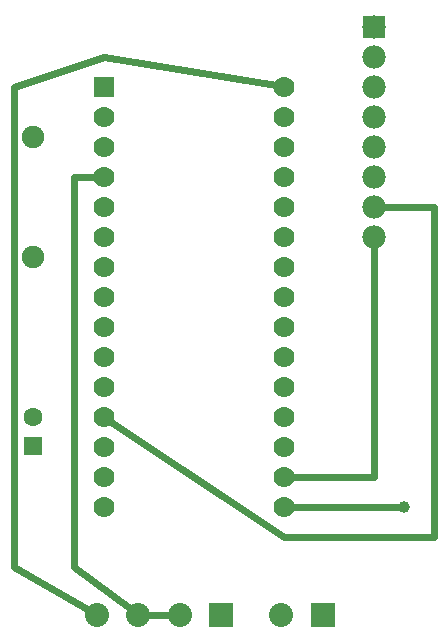
<source format=gbl>
G04 MADE WITH FRITZING*
G04 WWW.FRITZING.ORG*
G04 DOUBLE SIDED*
G04 HOLES PLATED*
G04 CONTOUR ON CENTER OF CONTOUR VECTOR*
%ASAXBY*%
%FSLAX23Y23*%
%MOIN*%
%OFA0B0*%
%SFA1.0B1.0*%
%ADD10C,0.078000*%
%ADD11C,0.062992*%
%ADD12C,0.080000*%
%ADD13C,0.075000*%
%ADD14C,0.039370*%
%ADD15C,0.070000*%
%ADD16R,0.078000X0.078000*%
%ADD17R,0.062992X0.062992*%
%ADD18R,0.080000X0.080000*%
%ADD19R,0.069972X0.070000*%
%ADD20C,0.024000*%
%LNCOPPER0*%
G90*
G70*
G54D10*
X1323Y2165D03*
X1323Y2065D03*
X1323Y1965D03*
X1323Y1865D03*
X1323Y1765D03*
X1323Y1665D03*
X1323Y1565D03*
X1323Y1465D03*
G54D11*
X184Y766D03*
X184Y865D03*
G54D12*
X812Y205D03*
X674Y205D03*
X536Y205D03*
X398Y205D03*
X1151Y205D03*
X1013Y205D03*
G54D13*
X184Y1398D03*
X184Y1798D03*
G54D14*
X1423Y565D03*
G54D15*
X423Y1965D03*
X423Y1865D03*
X423Y1765D03*
X423Y1665D03*
X423Y1565D03*
X423Y1465D03*
X423Y1365D03*
X423Y1265D03*
X423Y1165D03*
X423Y1065D03*
X423Y965D03*
X423Y865D03*
X423Y765D03*
X423Y665D03*
X423Y565D03*
X1023Y1965D03*
X1023Y1865D03*
X1023Y1765D03*
X1023Y1665D03*
X1023Y1565D03*
X1023Y1465D03*
X1023Y1365D03*
X1023Y1265D03*
X1023Y1165D03*
X1023Y1065D03*
X1023Y965D03*
X1023Y865D03*
X1023Y765D03*
X1023Y665D03*
X1023Y565D03*
G54D16*
X1323Y2165D03*
G54D17*
X184Y766D03*
G54D18*
X812Y205D03*
X1151Y205D03*
G54D19*
X423Y1965D03*
G54D20*
X323Y365D02*
X511Y224D01*
D02*
X323Y1665D02*
X323Y365D01*
D02*
X394Y1665D02*
X323Y1665D01*
D02*
X423Y2065D02*
X123Y1965D01*
D02*
X123Y365D02*
X371Y221D01*
D02*
X123Y1965D02*
X123Y365D01*
D02*
X994Y1970D02*
X423Y2065D01*
D02*
X567Y205D02*
X643Y205D01*
D02*
X1523Y1565D02*
X1353Y1565D01*
D02*
X1523Y465D02*
X1523Y1565D01*
D02*
X1023Y465D02*
X1523Y465D01*
D02*
X447Y849D02*
X1023Y465D01*
D02*
X1323Y665D02*
X1052Y665D01*
D02*
X1323Y1435D02*
X1323Y665D01*
D02*
X1404Y565D02*
X1052Y565D01*
G04 End of Copper0*
M02*
</source>
